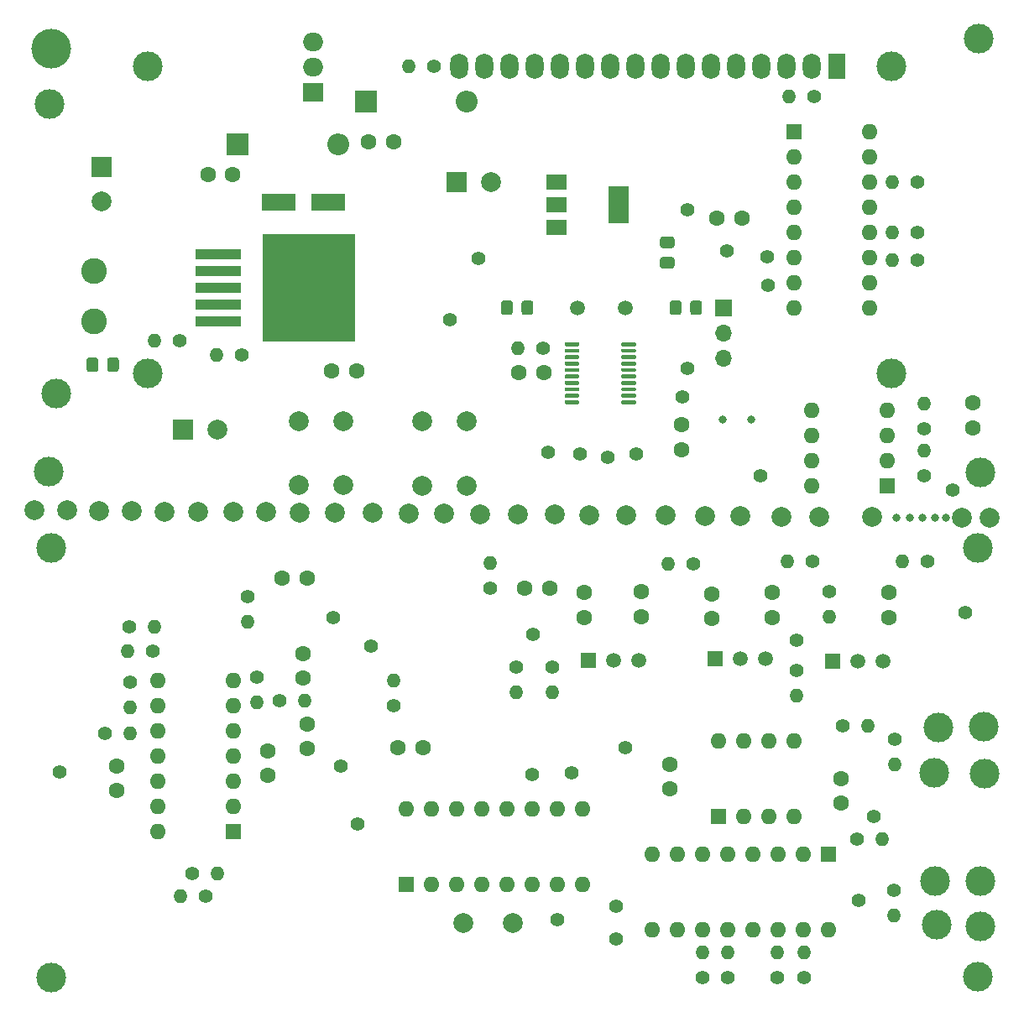
<source format=gbr>
%TF.GenerationSoftware,KiCad,Pcbnew,5.1.8-5.1.8*%
%TF.CreationDate,2021-09-03T20:09:13+08:00*%
%TF.ProjectId,lcr-1,6c63722d-312e-46b6-9963-61645f706362,rev?*%
%TF.SameCoordinates,Original*%
%TF.FileFunction,Soldermask,Top*%
%TF.FilePolarity,Negative*%
%FSLAX46Y46*%
G04 Gerber Fmt 4.6, Leading zero omitted, Abs format (unit mm)*
G04 Created by KiCad (PCBNEW 5.1.8-5.1.8) date 2021-09-03 20:09:13*
%MOMM*%
%LPD*%
G01*
G04 APERTURE LIST*
%ADD10C,3.000000*%
%ADD11O,2.000000X1.905000*%
%ADD12R,2.000000X1.905000*%
%ADD13O,1.400000X1.400000*%
%ADD14C,1.400000*%
%ADD15O,1.800000X2.600000*%
%ADD16R,1.800000X2.600000*%
%ADD17O,1.600000X1.600000*%
%ADD18R,1.600000X1.600000*%
%ADD19C,1.600000*%
%ADD20R,1.500000X1.500000*%
%ADD21C,1.500000*%
%ADD22R,2.000000X1.500000*%
%ADD23R,2.000000X3.800000*%
%ADD24R,9.400000X10.800000*%
%ADD25R,4.600000X1.100000*%
%ADD26C,2.000000*%
%ADD27C,2.600000*%
%ADD28O,1.700000X1.700000*%
%ADD29R,1.700000X1.700000*%
%ADD30O,2.200000X2.200000*%
%ADD31R,2.200000X2.200000*%
%ADD32R,3.500000X1.800000*%
%ADD33R,2.000000X2.000000*%
%ADD34C,4.000000*%
%ADD35C,0.800000*%
G04 APERTURE END LIST*
D10*
%TO.C,J11*%
X187830000Y-136660000D03*
%TD*%
%TO.C,J10*%
X187760000Y-131960000D03*
%TD*%
%TO.C,J9*%
X187470000Y-147500000D03*
%TD*%
%TO.C,J6*%
X187480000Y-152090000D03*
%TD*%
D11*
%TO.C,U8*%
X120159780Y-62857380D03*
X120159780Y-65397380D03*
D12*
X120159780Y-67937380D03*
%TD*%
D13*
%TO.C,R34*%
X110410000Y-94420000D03*
D14*
X112950000Y-94420000D03*
%TD*%
D13*
%TO.C,R33*%
X104130000Y-92980000D03*
D14*
X106670000Y-92980000D03*
%TD*%
D13*
%TO.C,R19*%
X172240000Y-120850000D03*
D14*
X172240000Y-118310000D03*
%TD*%
%TO.C,C20*%
G36*
G01*
X98460000Y-94935000D02*
X98460000Y-95885000D01*
G75*
G02*
X98210000Y-96135000I-250000J0D01*
G01*
X97535000Y-96135000D01*
G75*
G02*
X97285000Y-95885000I0J250000D01*
G01*
X97285000Y-94935000D01*
G75*
G02*
X97535000Y-94685000I250000J0D01*
G01*
X98210000Y-94685000D01*
G75*
G02*
X98460000Y-94935000I0J-250000D01*
G01*
G37*
G36*
G01*
X100535000Y-94935000D02*
X100535000Y-95885000D01*
G75*
G02*
X100285000Y-96135000I-250000J0D01*
G01*
X99610000Y-96135000D01*
G75*
G02*
X99360000Y-95885000I0J250000D01*
G01*
X99360000Y-94935000D01*
G75*
G02*
X99610000Y-94685000I250000J0D01*
G01*
X100285000Y-94685000D01*
G75*
G02*
X100535000Y-94935000I0J-250000D01*
G01*
G37*
%TD*%
%TO.C,J12*%
X161838640Y-83908900D03*
%TD*%
%TO.C,J40*%
X166027100Y-87393780D03*
%TD*%
%TO.C,J39*%
X165925500Y-84548980D03*
%TD*%
%TO.C,J38*%
X157855920Y-79768700D03*
%TD*%
%TO.C,J37*%
X136794240Y-84696300D03*
%TD*%
%TO.C,J41*%
X133954520Y-90840560D03*
%TD*%
D10*
%TO.C,J36*%
X94200980Y-98298000D03*
%TD*%
%TO.C,J35*%
X93543120Y-69121020D03*
%TD*%
D14*
%TO.C,J34*%
X122130820Y-120886220D03*
%TD*%
%TO.C,J33*%
X168876980Y-123248420D03*
%TD*%
%TO.C,J32*%
X142288260Y-122593100D03*
%TD*%
%TO.C,J31*%
X184670700Y-108046520D03*
%TD*%
%TO.C,J30*%
X125948440Y-123789440D03*
%TD*%
%TO.C,J29*%
X185897520Y-120456960D03*
%TD*%
%TO.C,J28*%
X165232080Y-106596180D03*
%TD*%
%TO.C,J27*%
X122905520Y-135892540D03*
%TD*%
%TO.C,J26*%
X94561660Y-136512300D03*
%TD*%
%TO.C,J25*%
X146207480Y-136629140D03*
%TD*%
%TO.C,J24*%
X150670000Y-153380000D03*
%TD*%
%TO.C,J23*%
X152750000Y-104440000D03*
%TD*%
%TO.C,J22*%
X157413960Y-98668840D03*
%TD*%
%TO.C,J21*%
X143850360Y-104267000D03*
%TD*%
%TO.C,J20*%
X150677880Y-150040340D03*
%TD*%
%TO.C,J19*%
X157858460Y-95785940D03*
%TD*%
%TO.C,J18*%
X142229840Y-136718040D03*
%TD*%
%TO.C,J17*%
X144762220Y-151363680D03*
%TD*%
%TO.C,J15*%
X124655580Y-141747240D03*
%TD*%
%TO.C,J14*%
X147043140Y-104376220D03*
%TD*%
%TO.C,J13*%
X175201580Y-149458680D03*
%TD*%
%TO.C,J8*%
X151655780Y-134081520D03*
%TD*%
%TO.C,J7*%
X149877780Y-104744520D03*
%TD*%
D10*
%TO.C,J5*%
X183020000Y-151950000D03*
%TD*%
%TO.C,J4*%
X182900000Y-147490000D03*
%TD*%
%TO.C,J3*%
X182800000Y-136610000D03*
%TD*%
%TO.C,J2*%
X183180000Y-132010000D03*
%TD*%
D14*
%TO.C,J1*%
X176695100Y-140987780D03*
%TD*%
D10*
%TO.C,DS1*%
X103474000Y-65278000D03*
X103474520Y-96278700D03*
X178473100Y-96278700D03*
X178473100Y-65278000D03*
D15*
X134874000Y-65278000D03*
X137414000Y-65278000D03*
X139954000Y-65278000D03*
X142494000Y-65278000D03*
X145034000Y-65278000D03*
X147574000Y-65278000D03*
X150114000Y-65278000D03*
X152654000Y-65278000D03*
X155194000Y-65278000D03*
X157734000Y-65278000D03*
X160274000Y-65278000D03*
X162814000Y-65278000D03*
X165354000Y-65278000D03*
X167894000Y-65278000D03*
X170434000Y-65278000D03*
D16*
X172974000Y-65278000D03*
%TD*%
D13*
%TO.C,R16*%
X167939980Y-115255040D03*
D14*
X170479980Y-115255040D03*
%TD*%
D17*
%TO.C,U6*%
X170393360Y-107635040D03*
X178013360Y-100015040D03*
X170393360Y-105095040D03*
X178013360Y-102555040D03*
X170393360Y-102555040D03*
X178013360Y-105095040D03*
X170393360Y-100015040D03*
D18*
X178013360Y-107635040D03*
%TD*%
D17*
%TO.C,U5*%
X104444800Y-142534640D03*
X112064800Y-127294640D03*
X104444800Y-139994640D03*
X112064800Y-129834640D03*
X104444800Y-137454640D03*
X112064800Y-132374640D03*
X104444800Y-134914640D03*
X112064800Y-134914640D03*
X104444800Y-132374640D03*
X112064800Y-137454640D03*
X104444800Y-129834640D03*
X112064800Y-139994640D03*
X104444800Y-127294640D03*
D18*
X112064800Y-142534640D03*
%TD*%
D17*
%TO.C,U1*%
X160981160Y-133410400D03*
X168601160Y-141030400D03*
X163521160Y-133410400D03*
X166061160Y-141030400D03*
X166061160Y-133410400D03*
X163521160Y-141030400D03*
X168601160Y-133410400D03*
D18*
X160981160Y-141030400D03*
%TD*%
D13*
%TO.C,R36*%
X168148000Y-68326000D03*
D14*
X170688000Y-68326000D03*
%TD*%
D13*
%TO.C,R35*%
X129794000Y-65278000D03*
D14*
X132334000Y-65278000D03*
%TD*%
D13*
%TO.C,R32*%
X178562000Y-76962000D03*
D14*
X181102000Y-76962000D03*
%TD*%
%TO.C,R31*%
X181102000Y-84836000D03*
D13*
X178562000Y-84836000D03*
%TD*%
%TO.C,R30*%
X178562000Y-82042000D03*
D14*
X181102000Y-82042000D03*
%TD*%
D13*
%TO.C,R29*%
X113558320Y-121381520D03*
D14*
X113558320Y-118841520D03*
%TD*%
D13*
%TO.C,R26*%
X144277340Y-128440180D03*
D14*
X144277340Y-125900180D03*
%TD*%
D13*
%TO.C,R25*%
X140609580Y-128435100D03*
D14*
X140609580Y-125895100D03*
%TD*%
D13*
%TO.C,R28*%
X114477800Y-129458720D03*
D14*
X114477800Y-126918720D03*
%TD*%
D13*
%TO.C,R27*%
X119253000Y-129326640D03*
D14*
X116713000Y-129326640D03*
%TD*%
D13*
%TO.C,R23*%
X128254760Y-127259080D03*
D14*
X128254760Y-129799080D03*
%TD*%
D13*
%TO.C,R24*%
X168856920Y-128821180D03*
D14*
X168856920Y-126281180D03*
%TD*%
D13*
%TO.C,R22*%
X181797960Y-99314000D03*
D14*
X181797960Y-101854000D03*
%TD*%
D13*
%TO.C,R21*%
X181747160Y-104079040D03*
D14*
X181747160Y-106619040D03*
%TD*%
D13*
%TO.C,R18*%
X104124760Y-121828560D03*
D14*
X101584760Y-121828560D03*
%TD*%
D13*
%TO.C,R17*%
X101427280Y-124338080D03*
D14*
X103967280Y-124338080D03*
%TD*%
D13*
%TO.C,R15*%
X101630480Y-130022600D03*
D14*
X101630480Y-127482600D03*
%TD*%
D13*
%TO.C,R14*%
X101630480Y-132648960D03*
D14*
X99090480Y-132648960D03*
%TD*%
D13*
%TO.C,R20*%
X179570640Y-115224560D03*
D14*
X182110640Y-115224560D03*
%TD*%
D13*
%TO.C,R12*%
X110467140Y-146758660D03*
D14*
X107927140Y-146758660D03*
%TD*%
D13*
%TO.C,R13*%
X106710480Y-149026880D03*
D14*
X109250480Y-149026880D03*
%TD*%
D13*
%TO.C,R11*%
X155925780Y-115488720D03*
D14*
X158465780Y-115488720D03*
%TD*%
D13*
%TO.C,R10*%
X138000000Y-115460000D03*
D14*
X138000000Y-118000000D03*
%TD*%
D13*
%TO.C,R9*%
X177561240Y-143319500D03*
D14*
X175021240Y-143319500D03*
%TD*%
D13*
%TO.C,R8*%
X159385000Y-154716480D03*
D14*
X159385000Y-157256480D03*
%TD*%
D13*
%TO.C,R7*%
X169656760Y-154675840D03*
D14*
X169656760Y-157215840D03*
%TD*%
D13*
%TO.C,R6*%
X178704240Y-150977600D03*
D14*
X178704240Y-148437600D03*
%TD*%
D13*
%TO.C,R5*%
X178762000Y-135756660D03*
D14*
X178762000Y-133216660D03*
%TD*%
D13*
%TO.C,R4*%
X176093120Y-131820920D03*
D14*
X173553120Y-131820920D03*
%TD*%
D13*
%TO.C,R3*%
X140776960Y-93751400D03*
D14*
X143316960Y-93751400D03*
%TD*%
D13*
%TO.C,R2*%
X166984680Y-154675840D03*
D14*
X166984680Y-157215840D03*
%TD*%
D13*
%TO.C,R1*%
X161996120Y-154716480D03*
D14*
X161996120Y-157256480D03*
%TD*%
D19*
%TO.C,C13*%
X178191420Y-120902100D03*
X178191420Y-118402100D03*
%TD*%
%TO.C,C11*%
X166436300Y-120919880D03*
X166436300Y-118419880D03*
%TD*%
%TO.C,C9*%
X153243540Y-120841140D03*
X153243540Y-118341140D03*
%TD*%
D20*
%TO.C,Q2*%
X160642560Y-125082300D03*
D21*
X165722560Y-125082300D03*
X163182560Y-125082300D03*
%TD*%
D19*
%TO.C,C8*%
X147462500Y-120919880D03*
X147462500Y-118419880D03*
%TD*%
%TO.C,C18*%
X119496840Y-134148200D03*
X119496840Y-131648200D03*
%TD*%
%TO.C,C12*%
X186644280Y-99287960D03*
X186644280Y-101787960D03*
%TD*%
D21*
%TO.C,Y1*%
X146758000Y-89662000D03*
X151638000Y-89662000D03*
%TD*%
D17*
%TO.C,U7*%
X176276000Y-71882000D03*
X168656000Y-89662000D03*
X176276000Y-74422000D03*
X168656000Y-87122000D03*
X176276000Y-76962000D03*
X168656000Y-84582000D03*
X176276000Y-79502000D03*
X168656000Y-82042000D03*
X176276000Y-82042000D03*
X168656000Y-79502000D03*
X176276000Y-84582000D03*
X168656000Y-76962000D03*
X176276000Y-87122000D03*
X168656000Y-74422000D03*
X176276000Y-89662000D03*
D18*
X168656000Y-71882000D03*
%TD*%
D17*
%TO.C,U4*%
X172110400Y-152405080D03*
X154330400Y-144785080D03*
X169570400Y-152405080D03*
X156870400Y-144785080D03*
X167030400Y-152405080D03*
X159410400Y-144785080D03*
X164490400Y-152405080D03*
X161950400Y-144785080D03*
X161950400Y-152405080D03*
X164490400Y-144785080D03*
X159410400Y-152405080D03*
X167030400Y-144785080D03*
X156870400Y-152405080D03*
X169570400Y-144785080D03*
X154330400Y-152405080D03*
D18*
X172110400Y-144785080D03*
%TD*%
D22*
%TO.C,U9*%
X144678000Y-76948000D03*
X144678000Y-81548000D03*
X144678000Y-79248000D03*
D23*
X150978000Y-79248000D03*
%TD*%
%TO.C,U2*%
G36*
G01*
X151223000Y-93441000D02*
X151223000Y-93241000D01*
G75*
G02*
X151323000Y-93141000I100000J0D01*
G01*
X152598000Y-93141000D01*
G75*
G02*
X152698000Y-93241000I0J-100000D01*
G01*
X152698000Y-93441000D01*
G75*
G02*
X152598000Y-93541000I-100000J0D01*
G01*
X151323000Y-93541000D01*
G75*
G02*
X151223000Y-93441000I0J100000D01*
G01*
G37*
G36*
G01*
X151223000Y-94091000D02*
X151223000Y-93891000D01*
G75*
G02*
X151323000Y-93791000I100000J0D01*
G01*
X152598000Y-93791000D01*
G75*
G02*
X152698000Y-93891000I0J-100000D01*
G01*
X152698000Y-94091000D01*
G75*
G02*
X152598000Y-94191000I-100000J0D01*
G01*
X151323000Y-94191000D01*
G75*
G02*
X151223000Y-94091000I0J100000D01*
G01*
G37*
G36*
G01*
X151223000Y-94741000D02*
X151223000Y-94541000D01*
G75*
G02*
X151323000Y-94441000I100000J0D01*
G01*
X152598000Y-94441000D01*
G75*
G02*
X152698000Y-94541000I0J-100000D01*
G01*
X152698000Y-94741000D01*
G75*
G02*
X152598000Y-94841000I-100000J0D01*
G01*
X151323000Y-94841000D01*
G75*
G02*
X151223000Y-94741000I0J100000D01*
G01*
G37*
G36*
G01*
X151223000Y-95391000D02*
X151223000Y-95191000D01*
G75*
G02*
X151323000Y-95091000I100000J0D01*
G01*
X152598000Y-95091000D01*
G75*
G02*
X152698000Y-95191000I0J-100000D01*
G01*
X152698000Y-95391000D01*
G75*
G02*
X152598000Y-95491000I-100000J0D01*
G01*
X151323000Y-95491000D01*
G75*
G02*
X151223000Y-95391000I0J100000D01*
G01*
G37*
G36*
G01*
X151223000Y-96041000D02*
X151223000Y-95841000D01*
G75*
G02*
X151323000Y-95741000I100000J0D01*
G01*
X152598000Y-95741000D01*
G75*
G02*
X152698000Y-95841000I0J-100000D01*
G01*
X152698000Y-96041000D01*
G75*
G02*
X152598000Y-96141000I-100000J0D01*
G01*
X151323000Y-96141000D01*
G75*
G02*
X151223000Y-96041000I0J100000D01*
G01*
G37*
G36*
G01*
X151223000Y-96691000D02*
X151223000Y-96491000D01*
G75*
G02*
X151323000Y-96391000I100000J0D01*
G01*
X152598000Y-96391000D01*
G75*
G02*
X152698000Y-96491000I0J-100000D01*
G01*
X152698000Y-96691000D01*
G75*
G02*
X152598000Y-96791000I-100000J0D01*
G01*
X151323000Y-96791000D01*
G75*
G02*
X151223000Y-96691000I0J100000D01*
G01*
G37*
G36*
G01*
X151223000Y-97341000D02*
X151223000Y-97141000D01*
G75*
G02*
X151323000Y-97041000I100000J0D01*
G01*
X152598000Y-97041000D01*
G75*
G02*
X152698000Y-97141000I0J-100000D01*
G01*
X152698000Y-97341000D01*
G75*
G02*
X152598000Y-97441000I-100000J0D01*
G01*
X151323000Y-97441000D01*
G75*
G02*
X151223000Y-97341000I0J100000D01*
G01*
G37*
G36*
G01*
X151223000Y-97991000D02*
X151223000Y-97791000D01*
G75*
G02*
X151323000Y-97691000I100000J0D01*
G01*
X152598000Y-97691000D01*
G75*
G02*
X152698000Y-97791000I0J-100000D01*
G01*
X152698000Y-97991000D01*
G75*
G02*
X152598000Y-98091000I-100000J0D01*
G01*
X151323000Y-98091000D01*
G75*
G02*
X151223000Y-97991000I0J100000D01*
G01*
G37*
G36*
G01*
X151223000Y-98641000D02*
X151223000Y-98441000D01*
G75*
G02*
X151323000Y-98341000I100000J0D01*
G01*
X152598000Y-98341000D01*
G75*
G02*
X152698000Y-98441000I0J-100000D01*
G01*
X152698000Y-98641000D01*
G75*
G02*
X152598000Y-98741000I-100000J0D01*
G01*
X151323000Y-98741000D01*
G75*
G02*
X151223000Y-98641000I0J100000D01*
G01*
G37*
G36*
G01*
X151223000Y-99291000D02*
X151223000Y-99091000D01*
G75*
G02*
X151323000Y-98991000I100000J0D01*
G01*
X152598000Y-98991000D01*
G75*
G02*
X152698000Y-99091000I0J-100000D01*
G01*
X152698000Y-99291000D01*
G75*
G02*
X152598000Y-99391000I-100000J0D01*
G01*
X151323000Y-99391000D01*
G75*
G02*
X151223000Y-99291000I0J100000D01*
G01*
G37*
G36*
G01*
X145498000Y-99291000D02*
X145498000Y-99091000D01*
G75*
G02*
X145598000Y-98991000I100000J0D01*
G01*
X146873000Y-98991000D01*
G75*
G02*
X146973000Y-99091000I0J-100000D01*
G01*
X146973000Y-99291000D01*
G75*
G02*
X146873000Y-99391000I-100000J0D01*
G01*
X145598000Y-99391000D01*
G75*
G02*
X145498000Y-99291000I0J100000D01*
G01*
G37*
G36*
G01*
X145498000Y-98641000D02*
X145498000Y-98441000D01*
G75*
G02*
X145598000Y-98341000I100000J0D01*
G01*
X146873000Y-98341000D01*
G75*
G02*
X146973000Y-98441000I0J-100000D01*
G01*
X146973000Y-98641000D01*
G75*
G02*
X146873000Y-98741000I-100000J0D01*
G01*
X145598000Y-98741000D01*
G75*
G02*
X145498000Y-98641000I0J100000D01*
G01*
G37*
G36*
G01*
X145498000Y-97991000D02*
X145498000Y-97791000D01*
G75*
G02*
X145598000Y-97691000I100000J0D01*
G01*
X146873000Y-97691000D01*
G75*
G02*
X146973000Y-97791000I0J-100000D01*
G01*
X146973000Y-97991000D01*
G75*
G02*
X146873000Y-98091000I-100000J0D01*
G01*
X145598000Y-98091000D01*
G75*
G02*
X145498000Y-97991000I0J100000D01*
G01*
G37*
G36*
G01*
X145498000Y-97341000D02*
X145498000Y-97141000D01*
G75*
G02*
X145598000Y-97041000I100000J0D01*
G01*
X146873000Y-97041000D01*
G75*
G02*
X146973000Y-97141000I0J-100000D01*
G01*
X146973000Y-97341000D01*
G75*
G02*
X146873000Y-97441000I-100000J0D01*
G01*
X145598000Y-97441000D01*
G75*
G02*
X145498000Y-97341000I0J100000D01*
G01*
G37*
G36*
G01*
X145498000Y-96691000D02*
X145498000Y-96491000D01*
G75*
G02*
X145598000Y-96391000I100000J0D01*
G01*
X146873000Y-96391000D01*
G75*
G02*
X146973000Y-96491000I0J-100000D01*
G01*
X146973000Y-96691000D01*
G75*
G02*
X146873000Y-96791000I-100000J0D01*
G01*
X145598000Y-96791000D01*
G75*
G02*
X145498000Y-96691000I0J100000D01*
G01*
G37*
G36*
G01*
X145498000Y-96041000D02*
X145498000Y-95841000D01*
G75*
G02*
X145598000Y-95741000I100000J0D01*
G01*
X146873000Y-95741000D01*
G75*
G02*
X146973000Y-95841000I0J-100000D01*
G01*
X146973000Y-96041000D01*
G75*
G02*
X146873000Y-96141000I-100000J0D01*
G01*
X145598000Y-96141000D01*
G75*
G02*
X145498000Y-96041000I0J100000D01*
G01*
G37*
G36*
G01*
X145498000Y-95391000D02*
X145498000Y-95191000D01*
G75*
G02*
X145598000Y-95091000I100000J0D01*
G01*
X146873000Y-95091000D01*
G75*
G02*
X146973000Y-95191000I0J-100000D01*
G01*
X146973000Y-95391000D01*
G75*
G02*
X146873000Y-95491000I-100000J0D01*
G01*
X145598000Y-95491000D01*
G75*
G02*
X145498000Y-95391000I0J100000D01*
G01*
G37*
G36*
G01*
X145498000Y-94741000D02*
X145498000Y-94541000D01*
G75*
G02*
X145598000Y-94441000I100000J0D01*
G01*
X146873000Y-94441000D01*
G75*
G02*
X146973000Y-94541000I0J-100000D01*
G01*
X146973000Y-94741000D01*
G75*
G02*
X146873000Y-94841000I-100000J0D01*
G01*
X145598000Y-94841000D01*
G75*
G02*
X145498000Y-94741000I0J100000D01*
G01*
G37*
G36*
G01*
X145498000Y-94091000D02*
X145498000Y-93891000D01*
G75*
G02*
X145598000Y-93791000I100000J0D01*
G01*
X146873000Y-93791000D01*
G75*
G02*
X146973000Y-93891000I0J-100000D01*
G01*
X146973000Y-94091000D01*
G75*
G02*
X146873000Y-94191000I-100000J0D01*
G01*
X145598000Y-94191000D01*
G75*
G02*
X145498000Y-94091000I0J100000D01*
G01*
G37*
G36*
G01*
X145498000Y-93441000D02*
X145498000Y-93241000D01*
G75*
G02*
X145598000Y-93141000I100000J0D01*
G01*
X146873000Y-93141000D01*
G75*
G02*
X146973000Y-93241000I0J-100000D01*
G01*
X146973000Y-93441000D01*
G75*
G02*
X146873000Y-93541000I-100000J0D01*
G01*
X145598000Y-93541000D01*
G75*
G02*
X145498000Y-93441000I0J100000D01*
G01*
G37*
%TD*%
D17*
%TO.C,U3*%
X129514600Y-140238480D03*
X147294600Y-147858480D03*
X132054600Y-140238480D03*
X144754600Y-147858480D03*
X134594600Y-140238480D03*
X142214600Y-147858480D03*
X137134600Y-140238480D03*
X139674600Y-147858480D03*
X139674600Y-140238480D03*
X137134600Y-147858480D03*
X142214600Y-140238480D03*
X134594600Y-147858480D03*
X144754600Y-140238480D03*
X132054600Y-147858480D03*
X147294600Y-140238480D03*
D18*
X129514600Y-147858480D03*
%TD*%
D24*
%TO.C,U10*%
X119707000Y-87630000D03*
D25*
X110557000Y-91030000D03*
X110557000Y-89330000D03*
X110557000Y-87630000D03*
X110557000Y-85930000D03*
X110557000Y-84230000D03*
%TD*%
D26*
%TO.C,SW2*%
X131150360Y-107602160D03*
X135650360Y-107602160D03*
X131150360Y-101102160D03*
X135650360Y-101102160D03*
%TD*%
%TO.C,SW1*%
X123149360Y-101074080D03*
X118649360Y-101074080D03*
X123149360Y-107574080D03*
X118649360Y-107574080D03*
%TD*%
D20*
%TO.C,Q3*%
X172567860Y-125318520D03*
D21*
X177647860Y-125318520D03*
X175107860Y-125318520D03*
%TD*%
D20*
%TO.C,Q1*%
X147896840Y-125239780D03*
D21*
X152976840Y-125239780D03*
X150436840Y-125239780D03*
%TD*%
D27*
%TO.C,L1*%
X98000000Y-86000000D03*
X98000000Y-91000000D03*
%TD*%
D28*
%TO.C,J16*%
X161544000Y-94742000D03*
X161544000Y-92202000D03*
D29*
X161544000Y-89662000D03*
%TD*%
D30*
%TO.C,D3*%
X135636000Y-68834000D03*
D31*
X125476000Y-68834000D03*
%TD*%
D30*
%TO.C,D1*%
X122682000Y-73152000D03*
D31*
X112522000Y-73152000D03*
%TD*%
D32*
%TO.C,D2*%
X121626000Y-78994000D03*
X116626000Y-78994000D03*
%TD*%
D19*
%TO.C,C17*%
X119151400Y-124535560D03*
X119151400Y-127035560D03*
%TD*%
%TO.C,C25*%
X163358200Y-80665320D03*
X160858200Y-80665320D03*
%TD*%
%TO.C,C19*%
X119502560Y-116951760D03*
X117002560Y-116951760D03*
%TD*%
%TO.C,C16*%
X100279200Y-135904600D03*
X100279200Y-138404600D03*
%TD*%
%TO.C,C15*%
X115590320Y-134367900D03*
X115590320Y-136867900D03*
%TD*%
%TO.C,C14*%
X131206880Y-134086600D03*
X128706880Y-134086600D03*
%TD*%
%TO.C,C28*%
G36*
G01*
X155379400Y-84549400D02*
X156329400Y-84549400D01*
G75*
G02*
X156579400Y-84799400I0J-250000D01*
G01*
X156579400Y-85474400D01*
G75*
G02*
X156329400Y-85724400I-250000J0D01*
G01*
X155379400Y-85724400D01*
G75*
G02*
X155129400Y-85474400I0J250000D01*
G01*
X155129400Y-84799400D01*
G75*
G02*
X155379400Y-84549400I250000J0D01*
G01*
G37*
G36*
G01*
X155379400Y-82474400D02*
X156329400Y-82474400D01*
G75*
G02*
X156579400Y-82724400I0J-250000D01*
G01*
X156579400Y-83399400D01*
G75*
G02*
X156329400Y-83649400I-250000J0D01*
G01*
X155379400Y-83649400D01*
G75*
G02*
X155129400Y-83399400I0J250000D01*
G01*
X155129400Y-82724400D01*
G75*
G02*
X155379400Y-82474400I250000J0D01*
G01*
G37*
%TD*%
%TO.C,C5*%
X140873480Y-96205040D03*
X143373480Y-96205040D03*
%TD*%
%TO.C,C10*%
X160365700Y-121024020D03*
X160365700Y-118524020D03*
%TD*%
%TO.C,C2*%
G36*
G01*
X157284000Y-89187000D02*
X157284000Y-90137000D01*
G75*
G02*
X157034000Y-90387000I-250000J0D01*
G01*
X156359000Y-90387000D01*
G75*
G02*
X156109000Y-90137000I0J250000D01*
G01*
X156109000Y-89187000D01*
G75*
G02*
X156359000Y-88937000I250000J0D01*
G01*
X157034000Y-88937000D01*
G75*
G02*
X157284000Y-89187000I0J-250000D01*
G01*
G37*
G36*
G01*
X159359000Y-89187000D02*
X159359000Y-90137000D01*
G75*
G02*
X159109000Y-90387000I-250000J0D01*
G01*
X158434000Y-90387000D01*
G75*
G02*
X158184000Y-90137000I0J250000D01*
G01*
X158184000Y-89187000D01*
G75*
G02*
X158434000Y-88937000I250000J0D01*
G01*
X159109000Y-88937000D01*
G75*
G02*
X159359000Y-89187000I0J-250000D01*
G01*
G37*
%TD*%
%TO.C,C1*%
G36*
G01*
X140266000Y-89187000D02*
X140266000Y-90137000D01*
G75*
G02*
X140016000Y-90387000I-250000J0D01*
G01*
X139341000Y-90387000D01*
G75*
G02*
X139091000Y-90137000I0J250000D01*
G01*
X139091000Y-89187000D01*
G75*
G02*
X139341000Y-88937000I250000J0D01*
G01*
X140016000Y-88937000D01*
G75*
G02*
X140266000Y-89187000I0J-250000D01*
G01*
G37*
G36*
G01*
X142341000Y-89187000D02*
X142341000Y-90137000D01*
G75*
G02*
X142091000Y-90387000I-250000J0D01*
G01*
X141416000Y-90387000D01*
G75*
G02*
X141166000Y-90137000I0J250000D01*
G01*
X141166000Y-89187000D01*
G75*
G02*
X141416000Y-88937000I250000J0D01*
G01*
X142091000Y-88937000D01*
G75*
G02*
X142341000Y-89187000I0J-250000D01*
G01*
G37*
%TD*%
D26*
%TO.C,C27*%
X110500000Y-102000000D03*
D33*
X107000000Y-102000000D03*
%TD*%
D26*
%TO.C,C26*%
X138120000Y-76962000D03*
D33*
X134620000Y-76962000D03*
%TD*%
D19*
%TO.C,C24*%
X124500000Y-96000000D03*
X122000000Y-96000000D03*
%TD*%
%TO.C,C23*%
X128230000Y-72898000D03*
X125730000Y-72898000D03*
%TD*%
D26*
%TO.C,C22*%
X98806000Y-78938000D03*
D33*
X98806000Y-75438000D03*
%TD*%
D19*
%TO.C,C21*%
X109514000Y-76200000D03*
X112014000Y-76200000D03*
%TD*%
%TO.C,C6*%
X157332680Y-101462200D03*
X157332680Y-103962200D03*
%TD*%
%TO.C,C7*%
X141500000Y-118000000D03*
X144000000Y-118000000D03*
%TD*%
%TO.C,C4*%
X173385480Y-139665080D03*
X173385480Y-137165080D03*
%TD*%
%TO.C,C3*%
X156128720Y-135706480D03*
X156128720Y-138206480D03*
%TD*%
D34*
X93726000Y-63500000D03*
D26*
X92008960Y-110093760D03*
X95290640Y-110124240D03*
X98501200Y-110144560D03*
X101848920Y-110164880D03*
X105115360Y-110220760D03*
X108518960Y-110230920D03*
X112069880Y-110261400D03*
X115402360Y-110271560D03*
X118780560Y-110352840D03*
X122326400Y-110327440D03*
X126121160Y-110383320D03*
X129809240Y-110408720D03*
X133334760Y-110423960D03*
X136966960Y-110484920D03*
X140776960Y-110510320D03*
X144505680Y-110525560D03*
X147970240Y-110556040D03*
X151739600Y-110601760D03*
X155717240Y-110617000D03*
X159659320Y-110672880D03*
X163240720Y-110688120D03*
X167370760Y-110728760D03*
X171160440Y-110754160D03*
X176509680Y-110754160D03*
X185536840Y-110876080D03*
X188396880Y-110845600D03*
D35*
X178998880Y-110810040D03*
X180334920Y-110825280D03*
X181559200Y-110845600D03*
X182839360Y-110855760D03*
X183941720Y-110865920D03*
D10*
X187269120Y-62514480D03*
X187167520Y-113893600D03*
X187462160Y-106258360D03*
X93705680Y-157281880D03*
X93705680Y-113888520D03*
X93451680Y-106197400D03*
X187172600Y-157185360D03*
D35*
X161411920Y-100965000D03*
X164305000Y-100965000D03*
D26*
X140289280Y-151714200D03*
X135300720Y-151714200D03*
M02*

</source>
